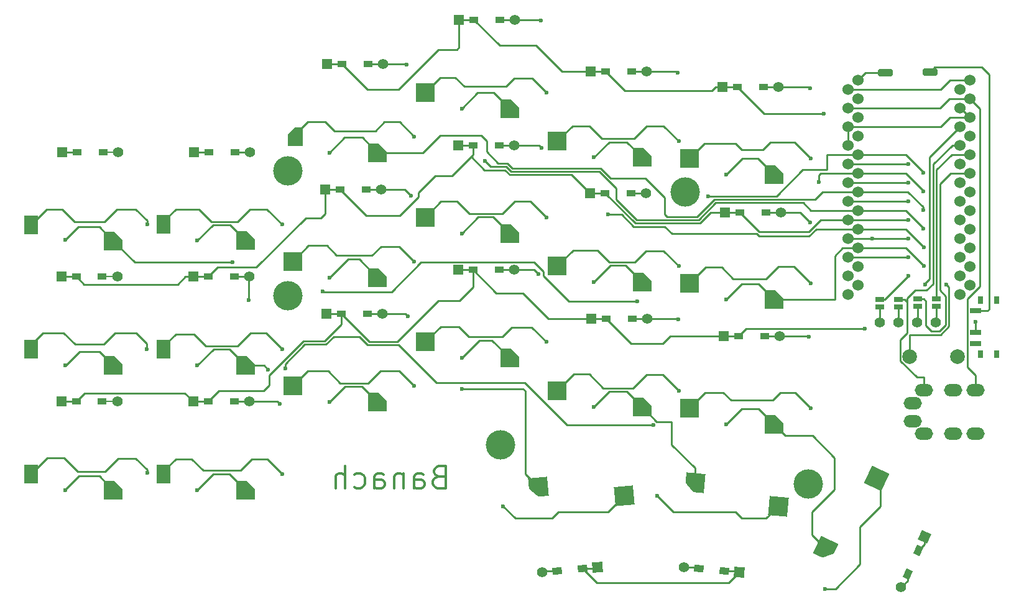
<source format=gbl>
%TF.GenerationSoftware,KiCad,Pcbnew,6.0.8-f2edbf62ab~116~ubuntu22.04.1*%
%TF.CreationDate,2022-10-26T10:02:15+11:00*%
%TF.ProjectId,banach,62616e61-6368-42e6-9b69-6361645f7063,rev1.0*%
%TF.SameCoordinates,Original*%
%TF.FileFunction,Copper,L2,Bot*%
%TF.FilePolarity,Positive*%
%FSLAX46Y46*%
G04 Gerber Fmt 4.6, Leading zero omitted, Abs format (unit mm)*
G04 Created by KiCad (PCBNEW 6.0.8-f2edbf62ab~116~ubuntu22.04.1) date 2022-10-26 10:02:15*
%MOMM*%
%LPD*%
G01*
G04 APERTURE LIST*
G04 Aperture macros list*
%AMRoundRect*
0 Rectangle with rounded corners*
0 $1 Rounding radius*
0 $2 $3 $4 $5 $6 $7 $8 $9 X,Y pos of 4 corners*
0 Add a 4 corners polygon primitive as box body*
4,1,4,$2,$3,$4,$5,$6,$7,$8,$9,$2,$3,0*
0 Add four circle primitives for the rounded corners*
1,1,$1+$1,$2,$3*
1,1,$1+$1,$4,$5*
1,1,$1+$1,$6,$7*
1,1,$1+$1,$8,$9*
0 Add four rect primitives between the rounded corners*
20,1,$1+$1,$2,$3,$4,$5,0*
20,1,$1+$1,$4,$5,$6,$7,0*
20,1,$1+$1,$6,$7,$8,$9,0*
20,1,$1+$1,$8,$9,$2,$3,0*%
%AMRotRect*
0 Rectangle, with rotation*
0 The origin of the aperture is its center*
0 $1 length*
0 $2 width*
0 $3 Rotation angle, in degrees counterclockwise*
0 Add horizontal line*
21,1,$1,$2,0,0,$3*%
%AMOutline5P*
0 Free polygon, 5 corners , with rotation*
0 The origin of the aperture is its center*
0 number of corners: always 5*
0 $1 to $10 corner X, Y*
0 $11 Rotation angle, in degrees counterclockwise*
0 create outline with 5 corners*
4,1,5,$1,$2,$3,$4,$5,$6,$7,$8,$9,$10,$1,$2,$11*%
%AMOutline6P*
0 Free polygon, 6 corners , with rotation*
0 The origin of the aperture is its center*
0 number of corners: always 6*
0 $1 to $12 corner X, Y*
0 $13 Rotation angle, in degrees counterclockwise*
0 create outline with 6 corners*
4,1,6,$1,$2,$3,$4,$5,$6,$7,$8,$9,$10,$11,$12,$1,$2,$13*%
%AMOutline7P*
0 Free polygon, 7 corners , with rotation*
0 The origin of the aperture is its center*
0 number of corners: always 7*
0 $1 to $14 corner X, Y*
0 $15 Rotation angle, in degrees counterclockwise*
0 create outline with 7 corners*
4,1,7,$1,$2,$3,$4,$5,$6,$7,$8,$9,$10,$11,$12,$13,$14,$1,$2,$15*%
%AMOutline8P*
0 Free polygon, 8 corners , with rotation*
0 The origin of the aperture is its center*
0 number of corners: always 8*
0 $1 to $16 corner X, Y*
0 $17 Rotation angle, in degrees counterclockwise*
0 create outline with 8 corners*
4,1,8,$1,$2,$3,$4,$5,$6,$7,$8,$9,$10,$11,$12,$13,$14,$15,$16,$1,$2,$17*%
G04 Aperture macros list end*
%ADD10C,0.300000*%
%TA.AperFunction,NonConductor*%
%ADD11C,0.300000*%
%TD*%
%TA.AperFunction,ComponentPad*%
%ADD12R,1.397000X1.397000*%
%TD*%
%TA.AperFunction,SMDPad,CuDef*%
%ADD13R,1.300000X0.950000*%
%TD*%
%TA.AperFunction,ComponentPad*%
%ADD14C,1.397000*%
%TD*%
%TA.AperFunction,SMDPad,CuDef*%
%ADD15RotRect,1.300000X0.950000X185.000000*%
%TD*%
%TA.AperFunction,ComponentPad*%
%ADD16RotRect,1.397000X1.397000X185.000000*%
%TD*%
%TA.AperFunction,SMDPad,CuDef*%
%ADD17RotRect,1.300000X0.950000X175.000000*%
%TD*%
%TA.AperFunction,ComponentPad*%
%ADD18RotRect,1.397000X1.397000X175.000000*%
%TD*%
%TA.AperFunction,SMDPad,CuDef*%
%ADD19RotRect,1.300000X0.950000X245.000000*%
%TD*%
%TA.AperFunction,ComponentPad*%
%ADD20RotRect,1.397000X1.397000X245.000000*%
%TD*%
%TA.AperFunction,ComponentPad*%
%ADD21O,2.500000X1.700000*%
%TD*%
%TA.AperFunction,SMDPad,CuDef*%
%ADD22Outline5P,-1.300000X1.300000X0.130000X1.300000X1.300000X0.130000X1.300000X-1.300000X-1.300000X-1.300000X0.000000*%
%TD*%
%TA.AperFunction,SMDPad,CuDef*%
%ADD23R,1.875000X2.600000*%
%TD*%
%TA.AperFunction,SMDPad,CuDef*%
%ADD24Outline5P,-1.025000X0.275000X0.000000X1.300000X1.025000X1.300000X1.025000X-1.300000X-1.025000X-1.300000X0.000000*%
%TD*%
%TA.AperFunction,SMDPad,CuDef*%
%ADD25R,2.600000X2.600000*%
%TD*%
%TA.AperFunction,SMDPad,CuDef*%
%ADD26Outline5P,-1.300000X1.300000X0.130000X1.300000X1.300000X0.130000X1.300000X-1.300000X-1.300000X-1.300000X185.000000*%
%TD*%
%TA.AperFunction,SMDPad,CuDef*%
%ADD27RotRect,2.600000X2.600000X185.000000*%
%TD*%
%TA.AperFunction,SMDPad,CuDef*%
%ADD28RotRect,2.600000X2.600000X175.000000*%
%TD*%
%TA.AperFunction,SMDPad,CuDef*%
%ADD29Outline5P,-1.300000X1.300000X0.130000X1.300000X1.300000X0.130000X1.300000X-1.300000X-1.300000X-1.300000X175.000000*%
%TD*%
%TA.AperFunction,SMDPad,CuDef*%
%ADD30RotRect,2.600000X2.600000X245.000000*%
%TD*%
%TA.AperFunction,SMDPad,CuDef*%
%ADD31Outline5P,-1.300000X1.300000X0.130000X1.300000X1.300000X0.130000X1.300000X-1.300000X-1.300000X-1.300000X245.000000*%
%TD*%
%TA.AperFunction,ComponentPad*%
%ADD32C,1.524000*%
%TD*%
%TA.AperFunction,ComponentPad*%
%ADD33C,2.000000*%
%TD*%
%TA.AperFunction,SMDPad,CuDef*%
%ADD34R,1.850000X2.600000*%
%TD*%
%TA.AperFunction,SMDPad,CuDef*%
%ADD35R,1.143000X0.635000*%
%TD*%
%TA.AperFunction,SMDPad,CuDef*%
%ADD36R,0.800000X1.000000*%
%TD*%
%TA.AperFunction,SMDPad,CuDef*%
%ADD37R,1.500000X0.700000*%
%TD*%
%TA.AperFunction,SMDPad,CuDef*%
%ADD38RoundRect,0.250000X-0.750000X0.250000X-0.750000X-0.250000X0.750000X-0.250000X0.750000X0.250000X0*%
%TD*%
%TA.AperFunction,ComponentPad*%
%ADD39C,4.000000*%
%TD*%
%TA.AperFunction,ViaPad*%
%ADD40C,0.600000*%
%TD*%
%TA.AperFunction,Conductor*%
%ADD41C,0.250000*%
%TD*%
%TA.AperFunction,Conductor*%
%ADD42C,0.200000*%
%TD*%
G04 APERTURE END LIST*
D10*
D11*
X115438714Y-108497714D02*
X115010142Y-108640571D01*
X114867285Y-108783428D01*
X114724428Y-109069142D01*
X114724428Y-109497714D01*
X114867285Y-109783428D01*
X115010142Y-109926285D01*
X115295857Y-110069142D01*
X116438714Y-110069142D01*
X116438714Y-107069142D01*
X115438714Y-107069142D01*
X115153000Y-107212000D01*
X115010142Y-107354857D01*
X114867285Y-107640571D01*
X114867285Y-107926285D01*
X115010142Y-108212000D01*
X115153000Y-108354857D01*
X115438714Y-108497714D01*
X116438714Y-108497714D01*
X112153000Y-110069142D02*
X112153000Y-108497714D01*
X112295857Y-108212000D01*
X112581571Y-108069142D01*
X113153000Y-108069142D01*
X113438714Y-108212000D01*
X112153000Y-109926285D02*
X112438714Y-110069142D01*
X113153000Y-110069142D01*
X113438714Y-109926285D01*
X113581571Y-109640571D01*
X113581571Y-109354857D01*
X113438714Y-109069142D01*
X113153000Y-108926285D01*
X112438714Y-108926285D01*
X112153000Y-108783428D01*
X110724428Y-108069142D02*
X110724428Y-110069142D01*
X110724428Y-108354857D02*
X110581571Y-108212000D01*
X110295857Y-108069142D01*
X109867285Y-108069142D01*
X109581571Y-108212000D01*
X109438714Y-108497714D01*
X109438714Y-110069142D01*
X106724428Y-110069142D02*
X106724428Y-108497714D01*
X106867285Y-108212000D01*
X107153000Y-108069142D01*
X107724428Y-108069142D01*
X108010142Y-108212000D01*
X106724428Y-109926285D02*
X107010142Y-110069142D01*
X107724428Y-110069142D01*
X108010142Y-109926285D01*
X108153000Y-109640571D01*
X108153000Y-109354857D01*
X108010142Y-109069142D01*
X107724428Y-108926285D01*
X107010142Y-108926285D01*
X106724428Y-108783428D01*
X104010142Y-109926285D02*
X104295857Y-110069142D01*
X104867285Y-110069142D01*
X105153000Y-109926285D01*
X105295857Y-109783428D01*
X105438714Y-109497714D01*
X105438714Y-108640571D01*
X105295857Y-108354857D01*
X105153000Y-108212000D01*
X104867285Y-108069142D01*
X104295857Y-108069142D01*
X104010142Y-108212000D01*
X102724428Y-110069142D02*
X102724428Y-107069142D01*
X101438714Y-110069142D02*
X101438714Y-108497714D01*
X101581571Y-108212000D01*
X101867285Y-108069142D01*
X102295857Y-108069142D01*
X102581571Y-108212000D01*
X102724428Y-108354857D01*
D12*
%TO.P,D2,1*%
%TO.N,row0*%
X82194400Y-64312800D03*
D13*
X84229400Y-64312800D03*
%TO.P,D2,2*%
%TO.N,Net-(D2-Pad2)*%
X87779400Y-64312800D03*
D14*
X89814400Y-64312800D03*
%TD*%
D12*
%TO.P,D3,1*%
%TO.N,row0*%
X100279200Y-52273200D03*
D13*
X102314200Y-52273200D03*
D14*
%TO.P,D3,2*%
%TO.N,Net-(D3-Pad2)*%
X107899200Y-52273200D03*
D13*
X105864200Y-52273200D03*
%TD*%
D12*
%TO.P,D4,1*%
%TO.N,row0*%
X118262400Y-46228000D03*
D13*
X120297400Y-46228000D03*
D14*
%TO.P,D4,2*%
%TO.N,Net-(D4-Pad2)*%
X125882400Y-46228000D03*
D13*
X123847400Y-46228000D03*
%TD*%
%TO.P,D5,1*%
%TO.N,row0*%
X138229800Y-53289200D03*
D12*
X136194800Y-53289200D03*
D13*
%TO.P,D5,2*%
%TO.N,Net-(D5-Pad2)*%
X141779800Y-53289200D03*
D14*
X143814800Y-53289200D03*
%TD*%
D12*
%TO.P,D6,1*%
%TO.N,row0*%
X154178000Y-55422800D03*
D13*
X156213000Y-55422800D03*
%TO.P,D6,2*%
%TO.N,Net-(D6-Pad2)*%
X159763000Y-55422800D03*
D14*
X161798000Y-55422800D03*
%TD*%
D12*
%TO.P,D8,1*%
%TO.N,row1*%
X82092800Y-81229200D03*
D13*
X84127800Y-81229200D03*
D14*
%TO.P,D8,2*%
%TO.N,Net-(D8-Pad2)*%
X89712800Y-81229200D03*
D13*
X87677800Y-81229200D03*
%TD*%
D12*
%TO.P,D9,1*%
%TO.N,row1*%
X100076000Y-69342000D03*
D13*
X102111000Y-69342000D03*
D14*
%TO.P,D9,2*%
%TO.N,Net-(D9-Pad2)*%
X107696000Y-69342000D03*
D13*
X105661000Y-69342000D03*
%TD*%
%TO.P,D10,1*%
%TO.N,row1*%
X120195800Y-63347600D03*
D12*
X118160800Y-63347600D03*
D13*
%TO.P,D10,2*%
%TO.N,Net-(D10-Pad2)*%
X123745800Y-63347600D03*
D14*
X125780800Y-63347600D03*
%TD*%
D13*
%TO.P,D11,1*%
%TO.N,row1*%
X138179000Y-69900800D03*
D12*
X136144000Y-69900800D03*
D14*
%TO.P,D11,2*%
%TO.N,Net-(D11-Pad2)*%
X143764000Y-69900800D03*
D13*
X141729000Y-69900800D03*
%TD*%
%TO.P,D12,1*%
%TO.N,row1*%
X156517800Y-72491600D03*
D12*
X154482800Y-72491600D03*
D13*
%TO.P,D12,2*%
%TO.N,Net-(D12-Pad2)*%
X160067800Y-72491600D03*
D14*
X162102800Y-72491600D03*
%TD*%
D12*
%TO.P,D14,1*%
%TO.N,row2*%
X82092800Y-98247200D03*
D13*
X84127800Y-98247200D03*
D14*
%TO.P,D14,2*%
%TO.N,Net-(D14-Pad2)*%
X89712800Y-98247200D03*
D13*
X87677800Y-98247200D03*
%TD*%
D12*
%TO.P,D15,1*%
%TO.N,row2*%
X100177600Y-86309200D03*
D13*
X102212600Y-86309200D03*
D14*
%TO.P,D15,2*%
%TO.N,Net-(D15-Pad2)*%
X107797600Y-86309200D03*
D13*
X105762600Y-86309200D03*
%TD*%
D12*
%TO.P,D16,1*%
%TO.N,row2*%
X118160800Y-80314800D03*
D13*
X120195800Y-80314800D03*
%TO.P,D16,2*%
%TO.N,Net-(D16-Pad2)*%
X123745800Y-80314800D03*
D14*
X125780800Y-80314800D03*
%TD*%
D12*
%TO.P,D17,1*%
%TO.N,row2*%
X136245600Y-86969600D03*
D13*
X138280600Y-86969600D03*
D14*
%TO.P,D17,2*%
%TO.N,Net-(D17-Pad2)*%
X143865600Y-86969600D03*
D13*
X141830600Y-86969600D03*
%TD*%
%TO.P,D18,1*%
%TO.N,row2*%
X156314600Y-89357200D03*
D12*
X154279600Y-89357200D03*
D13*
%TO.P,D18,2*%
%TO.N,Net-(D18-Pad2)*%
X159864600Y-89357200D03*
D14*
X161899600Y-89357200D03*
%TD*%
D15*
%TO.P,D19,1*%
%TO.N,row3*%
X135118246Y-121003299D03*
D16*
X137145502Y-120825937D03*
D15*
%TO.P,D19,2*%
%TO.N,Net-(D19-Pad2)*%
X131581754Y-121312701D03*
D14*
X129554498Y-121490063D03*
%TD*%
D17*
%TO.P,D20,1*%
%TO.N,row3*%
X154422246Y-121312701D03*
D18*
X156449502Y-121490063D03*
D14*
%TO.P,D20,2*%
%TO.N,Net-(D20-Pad2)*%
X148858498Y-120825937D03*
D17*
X150885754Y-121003299D03*
%TD*%
D14*
%TO.P,D21,2*%
%TO.N,Net-(D21-Pad2)*%
X178475824Y-123595033D03*
D19*
X179335853Y-121750696D03*
%TO.P,D21,1*%
%TO.N,row3*%
X180836147Y-118533304D03*
D20*
X181696176Y-116688967D03*
%TD*%
D21*
%TO.P,J1,A*%
%TO.N,Net-(J1-PadA)*%
X180062600Y-100920000D03*
X180062600Y-98470000D03*
%TO.P,J1,B*%
%TO.N,data*%
X188562600Y-102670000D03*
X188562600Y-96720000D03*
%TO.P,J1,C*%
%TO.N,GND*%
X185562600Y-96720000D03*
X185562600Y-102670000D03*
%TO.P,J1,D*%
%TO.N,VCC*%
X181562600Y-96720000D03*
X181562600Y-102670000D03*
%TD*%
D22*
%TO.P,SW2,1*%
%TO.N,col1*%
X89185000Y-76350000D03*
D23*
%TO.P,SW2,2*%
%TO.N,Net-(D2-Pad2)*%
X78010000Y-74150000D03*
%TD*%
D22*
%TO.P,SW3,1*%
%TO.N,col2*%
X107185000Y-64350000D03*
D24*
%TO.P,SW3,2*%
%TO.N,Net-(D3-Pad2)*%
X95960000Y-62150000D03*
%TD*%
D22*
%TO.P,SW4,1*%
%TO.N,col3*%
X125185000Y-58350000D03*
D25*
%TO.P,SW4,2*%
%TO.N,Net-(D4-Pad2)*%
X113635000Y-56150000D03*
%TD*%
D22*
%TO.P,SW5,1*%
%TO.N,col4*%
X143185000Y-64970000D03*
D25*
%TO.P,SW5,2*%
%TO.N,Net-(D5-Pad2)*%
X131635000Y-62770000D03*
%TD*%
D22*
%TO.P,SW6,1*%
%TO.N,col5*%
X161185000Y-67350000D03*
D25*
%TO.P,SW6,2*%
%TO.N,Net-(D6-Pad2)*%
X149635000Y-65150000D03*
%TD*%
D22*
%TO.P,SW8,1*%
%TO.N,col1*%
X89185000Y-93350000D03*
D23*
%TO.P,SW8,2*%
%TO.N,Net-(D8-Pad2)*%
X78010000Y-91150000D03*
%TD*%
D22*
%TO.P,SW9,1*%
%TO.N,col2*%
X107185000Y-81350000D03*
D25*
%TO.P,SW9,2*%
%TO.N,Net-(D9-Pad2)*%
X95635000Y-79150000D03*
%TD*%
D22*
%TO.P,SW10,1*%
%TO.N,col3*%
X125185000Y-75350000D03*
D25*
%TO.P,SW10,2*%
%TO.N,Net-(D10-Pad2)*%
X113635000Y-73150000D03*
%TD*%
D22*
%TO.P,SW11,1*%
%TO.N,col4*%
X143185000Y-81970000D03*
D25*
%TO.P,SW11,2*%
%TO.N,Net-(D11-Pad2)*%
X131635000Y-79770000D03*
%TD*%
D22*
%TO.P,SW12,1*%
%TO.N,col5*%
X161185000Y-84350000D03*
D25*
%TO.P,SW12,2*%
%TO.N,Net-(D12-Pad2)*%
X149635000Y-82150000D03*
%TD*%
D22*
%TO.P,SW14,1*%
%TO.N,col1*%
X89185000Y-110350000D03*
D23*
%TO.P,SW14,2*%
%TO.N,Net-(D14-Pad2)*%
X78010000Y-108150000D03*
%TD*%
D22*
%TO.P,SW15,1*%
%TO.N,col2*%
X107185000Y-98350000D03*
D25*
%TO.P,SW15,2*%
%TO.N,Net-(D15-Pad2)*%
X95635000Y-96150000D03*
%TD*%
D22*
%TO.P,SW16,1*%
%TO.N,col3*%
X125185000Y-92350000D03*
D25*
%TO.P,SW16,2*%
%TO.N,Net-(D16-Pad2)*%
X113635000Y-90150000D03*
%TD*%
D22*
%TO.P,SW17,1*%
%TO.N,col4*%
X143185000Y-98975000D03*
D25*
%TO.P,SW17,2*%
%TO.N,Net-(D17-Pad2)*%
X131635000Y-96775000D03*
%TD*%
D22*
%TO.P,SW18,1*%
%TO.N,col5*%
X161185000Y-101350000D03*
D25*
%TO.P,SW18,2*%
%TO.N,Net-(D18-Pad2)*%
X149635000Y-99150000D03*
%TD*%
D26*
%TO.P,SW19,1*%
%TO.N,col3*%
X129060886Y-109928077D03*
D27*
%TO.P,SW19,2*%
%TO.N,Net-(D19-Pad2)*%
X140758677Y-111113056D03*
%TD*%
D28*
%TO.P,SW20,2*%
%TO.N,Net-(D20-Pad2)*%
X161732345Y-112555484D03*
D29*
%TO.P,SW20,1*%
%TO.N,col4*%
X150418039Y-109357206D03*
%TD*%
D30*
%TO.P,SW21,2*%
%TO.N,Net-(D21-Pad2)*%
X175104512Y-108771485D03*
D31*
%TO.P,SW21,1*%
%TO.N,col5*%
X168229394Y-118309579D03*
%TD*%
D32*
%TO.P,U1,1*%
%TO.N,LED*%
X171270000Y-55719400D03*
X187816400Y-54449400D03*
%TO.P,U1,2*%
%TO.N,data*%
X187816400Y-56989400D03*
X171270000Y-58259400D03*
%TO.P,U1,3*%
%TO.N,GND*%
X187816400Y-59529400D03*
X171270000Y-60799400D03*
%TO.P,U1,4*%
X187816400Y-62069400D03*
X171270000Y-63339400D03*
%TO.P,U1,5*%
%TO.N,SDA*%
X171270000Y-65879400D03*
X187816400Y-64609400D03*
%TO.P,U1,6*%
%TO.N,SCL*%
X171270000Y-68419400D03*
X187816400Y-67149400D03*
%TO.P,U1,7*%
%TO.N,row0*%
X171270000Y-70959400D03*
X187816400Y-69689400D03*
%TO.P,U1,8*%
%TO.N,row1*%
X171270000Y-73499400D03*
X187816400Y-72229400D03*
%TO.P,U1,9*%
%TO.N,row2*%
X187816400Y-74769400D03*
X171270000Y-76039400D03*
%TO.P,U1,10*%
%TO.N,row3*%
X187816400Y-77309400D03*
X171270000Y-78579400D03*
%TO.P,U1,11*%
%TO.N,N/C*%
X187816400Y-79849400D03*
X171270000Y-81119400D03*
%TO.P,U1,12*%
X187816400Y-82389400D03*
X171270000Y-83659400D03*
%TO.P,U1,13*%
X172596400Y-82389400D03*
X186510000Y-83659400D03*
%TO.P,U1,14*%
X172596400Y-79849400D03*
X186510000Y-81119400D03*
%TO.P,U1,15*%
%TO.N,col5*%
X186510000Y-78579400D03*
X172596400Y-77309400D03*
%TO.P,U1,16*%
%TO.N,col4*%
X186510000Y-76039400D03*
X172596400Y-74769400D03*
%TO.P,U1,17*%
%TO.N,col3*%
X186510000Y-73499400D03*
X172596400Y-72229400D03*
%TO.P,U1,18*%
%TO.N,col2*%
X186510000Y-70959400D03*
X172596400Y-69689400D03*
%TO.P,U1,19*%
%TO.N,col1*%
X186510000Y-68419400D03*
X172596400Y-67149400D03*
%TO.P,U1,20*%
%TO.N,col0*%
X172596400Y-64609400D03*
X186510000Y-65879400D03*
%TO.P,U1,21*%
%TO.N,VCC*%
X186510000Y-63339400D03*
X172596400Y-62069400D03*
%TO.P,U1,22*%
%TO.N,reset*%
X186510000Y-60799400D03*
X172596400Y-59529400D03*
%TO.P,U1,23*%
%TO.N,GND*%
X172596400Y-56989400D03*
X186510000Y-58259400D03*
%TO.P,U1,24*%
%TO.N,Net-(U1-Pad24)*%
X186510000Y-55719400D03*
X172596400Y-54449400D03*
%TD*%
D14*
%TO.P,J2,1*%
%TO.N,Net-(U1-Pad14)*%
X175580000Y-87457400D03*
%TO.P,J2,2*%
%TO.N,Net-(U1-Pad13)*%
X178120000Y-87457400D03*
%TO.P,J2,3*%
%TO.N,Net-(U1-Pad11)*%
X180660000Y-87457400D03*
%TO.P,J2,4*%
%TO.N,Net-(U1-Pad12)*%
X183200000Y-87457400D03*
%TD*%
D33*
%TO.P,RSW1,1*%
%TO.N,GND*%
X186150000Y-92150000D03*
%TO.P,RSW1,2*%
%TO.N,reset*%
X179650000Y-92150000D03*
%TD*%
D13*
%TO.P,D14,1*%
%TO.N,row2*%
X66133800Y-98251200D03*
D12*
X64098800Y-98251200D03*
D14*
%TO.P,D14,2*%
%TO.N,N/C*%
X71718800Y-98251200D03*
D13*
X69683800Y-98251200D03*
%TD*%
D12*
%TO.P,D2,1*%
%TO.N,row0*%
X64200400Y-64316800D03*
D13*
X66235400Y-64316800D03*
%TO.P,D2,2*%
%TO.N,N/C*%
X69785400Y-64316800D03*
D14*
X71820400Y-64316800D03*
%TD*%
D22*
%TO.P,SW2,1*%
%TO.N,col0*%
X71191000Y-76354000D03*
D34*
%TO.P,SW2,2*%
%TO.N,N/C*%
X60016000Y-74154000D03*
%TD*%
D12*
%TO.P,D8,1*%
%TO.N,row1*%
X64098800Y-81233200D03*
D13*
X66133800Y-81233200D03*
%TO.P,D8,2*%
%TO.N,N/C*%
X69683800Y-81233200D03*
D14*
X71718800Y-81233200D03*
%TD*%
D22*
%TO.P,SW8,1*%
%TO.N,col0*%
X71191000Y-93354000D03*
D23*
%TO.P,SW8,2*%
%TO.N,N/C*%
X60016000Y-91154000D03*
%TD*%
D22*
%TO.P,SW14,1*%
%TO.N,col0*%
X71191000Y-110354000D03*
D23*
%TO.P,SW14,2*%
%TO.N,N/C*%
X60016000Y-108154000D03*
%TD*%
D35*
%TO.P,JP64,1*%
%TO.N,VCC*%
X178130000Y-84327020D03*
%TO.P,JP64,2*%
%TO.N,Net-(U1-Pad13)*%
X178130000Y-85327780D03*
%TD*%
%TO.P,JP62,1*%
%TO.N,GND*%
X175580000Y-84356620D03*
%TO.P,JP62,2*%
%TO.N,Net-(U1-Pad14)*%
X175580000Y-85357380D03*
%TD*%
%TO.P,JP6,1*%
%TO.N,SDA*%
X183290000Y-84277020D03*
%TO.P,JP6,2*%
%TO.N,Net-(U1-Pad12)*%
X183290000Y-85277780D03*
%TD*%
%TO.P,JP66,1*%
%TO.N,SCL*%
X180710000Y-84297020D03*
%TO.P,JP66,2*%
%TO.N,Net-(U1-Pad11)*%
X180710000Y-85297780D03*
%TD*%
D36*
%TO.P,POWER,*%
%TO.N,*%
X191490000Y-91780000D03*
X189280000Y-91780000D03*
X189280000Y-84480000D03*
X191490000Y-84480000D03*
D37*
%TO.P,POWER,1*%
%TO.N,N/C*%
X188630000Y-85880000D03*
%TO.P,POWER,2*%
%TO.N,GND*%
X188630000Y-88880000D03*
%TO.P,POWER,3*%
%TO.N,N/C*%
X188630000Y-90380000D03*
%TD*%
D38*
%TO.P,+ve,1*%
%TO.N,Net-(U1-Pad24)*%
X176310000Y-53430000D03*
%TD*%
%TO.P,-ve,1*%
%TO.N,N/C*%
X182390000Y-53340000D03*
%TD*%
D39*
%TO.P,h6,h6*%
%TO.N,N/C*%
X95000000Y-66802000D03*
%TD*%
%TO.P,h7,h7*%
%TO.N,N/C*%
X149100000Y-69700000D03*
%TD*%
%TO.P,h4,h4*%
%TO.N,N/C*%
X123952000Y-104140000D03*
%TD*%
%TO.P,h3,h3*%
%TO.N,N/C*%
X165862000Y-109474000D03*
%TD*%
%TO.P,h5,h5*%
%TO.N,N/C*%
X95000000Y-83820000D03*
%TD*%
D40*
%TO.N,col5*%
X168215907Y-118296093D03*
%TO.N,col4*%
X150418039Y-109357206D03*
%TO.N,col3*%
X129060886Y-109928077D03*
%TO.N,Net-(D19-Pad2)*%
X124271655Y-112555484D03*
%TO.N,Net-(D20-Pad2)*%
X145245323Y-111113056D03*
%TO.N,Net-(D21-Pad2)*%
X168110180Y-123770878D03*
%TO.N,*%
X75750000Y-91110000D03*
X75800000Y-74100000D03*
X75790000Y-108000000D03*
%TO.N,row0*%
X179450000Y-70959400D03*
X167900000Y-59040000D03*
%TO.N,row1*%
X179450000Y-73499400D03*
%TO.N,Net-(D2-Pad2)*%
X94185000Y-74150000D03*
%TO.N,row2*%
X174505490Y-76039400D03*
X179450000Y-76039400D03*
X173543700Y-88310000D03*
%TO.N,Net-(D3-Pad2)*%
X112185000Y-62150000D03*
X111150400Y-52374800D03*
%TO.N,row3*%
X179450000Y-78579400D03*
%TO.N,Net-(D4-Pad2)*%
X129387600Y-46329600D03*
X130185000Y-56150000D03*
%TO.N,Net-(D5-Pad2)*%
X148031200Y-53441600D03*
X148185000Y-62770000D03*
%TO.N,Net-(D6-Pad2)*%
X166116000Y-55524400D03*
X166185000Y-65150000D03*
%TO.N,Net-(D8-Pad2)*%
X94185000Y-91150000D03*
X89662000Y-84455000D03*
%TO.N,Net-(D9-Pad2)*%
X112185000Y-79150000D03*
X111760000Y-70205600D03*
%TO.N,Net-(D10-Pad2)*%
X130185000Y-73150000D03*
X129489200Y-63652400D03*
%TO.N,Net-(D11-Pad2)*%
X148185000Y-79770000D03*
%TO.N,Net-(D12-Pad2)*%
X166185000Y-82150000D03*
X166116000Y-73863200D03*
%TO.N,Net-(D14-Pad2)*%
X94185000Y-108150000D03*
X93878400Y-98602800D03*
%TO.N,Net-(D15-Pad2)*%
X112185000Y-96150000D03*
X111302800Y-86614000D03*
%TO.N,Net-(D16-Pad2)*%
X130185000Y-90150000D03*
X129082800Y-80873600D03*
%TO.N,Net-(D17-Pad2)*%
X148185000Y-96775000D03*
X148132800Y-87071200D03*
%TO.N,Net-(D18-Pad2)*%
X166185000Y-99150000D03*
X165912800Y-89408000D03*
%TO.N,GND*%
X188625000Y-87390000D03*
X179450000Y-81117400D03*
%TO.N,col0*%
X99670000Y-83270000D03*
X142560000Y-84600000D03*
X152187742Y-70272258D03*
X64641000Y-110354000D03*
X64641000Y-93354000D03*
X87400000Y-79310000D03*
X181482000Y-67105400D03*
X64650000Y-76250000D03*
%TO.N,col1*%
X94589600Y-93776800D03*
X144723000Y-101473000D03*
X181482000Y-69645400D03*
X167233600Y-68333600D03*
X82635000Y-110350000D03*
X92252800Y-93878400D03*
X82635000Y-93350000D03*
X82635000Y-76350000D03*
%TO.N,col2*%
X100635000Y-64350000D03*
X181482000Y-72185400D03*
X100635000Y-81350000D03*
X100635000Y-98350000D03*
%TO.N,col3*%
X118635000Y-96525000D03*
X181482000Y-74725400D03*
X118635000Y-58350000D03*
X118635000Y-92350000D03*
X118635000Y-75350000D03*
X121767600Y-65430400D03*
%TO.N,col4*%
X136635000Y-98975000D03*
X136635000Y-64970000D03*
X181609000Y-77265400D03*
X136635000Y-81970000D03*
X138531600Y-72745600D03*
%TO.N,col5*%
X154635000Y-101350000D03*
X154635000Y-67350000D03*
X154635000Y-84350000D03*
X181609000Y-79805400D03*
%TO.N,reset*%
X184610000Y-82320000D03*
X181736000Y-82320000D03*
%TO.N,SCL*%
X179450000Y-68419400D03*
%TO.N,SDA*%
X179450000Y-65879400D03*
%TD*%
D41*
%TO.N,col5*%
X169418000Y-110236000D02*
X166370000Y-113284000D01*
X169418000Y-105918000D02*
X169418000Y-110236000D01*
X166390000Y-102890000D02*
X169418000Y-105918000D01*
X166370000Y-113284000D02*
X166370000Y-116450185D01*
X168215907Y-118296093D02*
X166370000Y-116450185D01*
X168229394Y-118309579D02*
X168215907Y-118296093D01*
X166380000Y-102890000D02*
X162725000Y-102890000D01*
X162725000Y-102890000D02*
X161185000Y-101350000D01*
%TO.N,col4*%
X147218400Y-104136943D02*
X150418039Y-107336582D01*
X150418039Y-107336582D02*
X150418039Y-109357206D01*
%TO.N,col3*%
X126980600Y-96525000D02*
X127262428Y-96806828D01*
X127262428Y-96806828D02*
X127262428Y-108129619D01*
X127262428Y-108129619D02*
X129060886Y-109928077D01*
%TO.N,row3*%
X135118246Y-121003299D02*
X137050947Y-122936000D01*
X137050947Y-122936000D02*
X155003565Y-122936000D01*
X155003565Y-122936000D02*
X156449502Y-121490063D01*
%TO.N,Net-(D21-Pad2)*%
X168110180Y-123770878D02*
X169544571Y-123770878D01*
X169544571Y-123770878D02*
X172866499Y-120448950D01*
X172866499Y-120448950D02*
X172866499Y-115315944D01*
X172866499Y-115315944D02*
X175645438Y-112537005D01*
X175645438Y-112537005D02*
X175645438Y-109312411D01*
X175645438Y-109312411D02*
X175104512Y-108771485D01*
%TO.N,Net-(D20-Pad2)*%
X145245323Y-111113056D02*
X147455759Y-113323492D01*
X147455759Y-113323492D02*
X155916508Y-113323492D01*
X155916508Y-113323492D02*
X156788066Y-114195050D01*
X156788066Y-114195050D02*
X160092779Y-114195050D01*
X160092779Y-114195050D02*
X161732345Y-112555484D01*
%TO.N,Net-(D19-Pad2)*%
X124271655Y-112555484D02*
X125911221Y-114195050D01*
X125911221Y-114195050D02*
X130914950Y-114195050D01*
X130914950Y-114195050D02*
X131786508Y-113323492D01*
X138548241Y-113323492D02*
X140758677Y-111113056D01*
X131786508Y-113323492D02*
X138548241Y-113323492D01*
%TO.N,row3*%
X181696176Y-116688967D02*
X181696176Y-117673275D01*
X181696176Y-117673275D02*
X180836147Y-118533304D01*
%TO.N,Net-(D21-Pad2)*%
X179335853Y-121750696D02*
X179335853Y-122735004D01*
X179335853Y-122735004D02*
X178475824Y-123595033D01*
%TO.N,row3*%
X154422246Y-121312701D02*
X156272140Y-121312701D01*
X156272140Y-121312701D02*
X156449502Y-121490063D01*
%TO.N,Net-(D20-Pad2)*%
X148858498Y-120825937D02*
X150708392Y-120825937D01*
X150708392Y-120825937D02*
X150885754Y-121003299D01*
%TO.N,row3*%
X135118246Y-121003299D02*
X136968140Y-121003299D01*
X136968140Y-121003299D02*
X137145502Y-120825937D01*
%TO.N,Net-(D19-Pad2)*%
X131581754Y-121312701D02*
X129731860Y-121312701D01*
X129731860Y-121312701D02*
X129554498Y-121490063D01*
%TO.N,*%
X60016000Y-108154000D02*
X62210000Y-105960000D01*
X61620000Y-88930000D02*
X60016000Y-90534000D01*
X190250000Y-85880000D02*
X188630000Y-85880000D01*
X69740000Y-107820000D02*
X70060000Y-107820000D01*
X75800000Y-73590000D02*
X74250000Y-72040000D01*
X69950000Y-73790000D02*
X65940000Y-73790000D01*
X64510000Y-105960000D02*
X66280000Y-107730000D01*
X64430000Y-88930000D02*
X61620000Y-88930000D01*
X71860000Y-106020000D02*
X74250000Y-106020000D01*
X75790000Y-107560000D02*
X75790000Y-108000000D01*
X65940000Y-73790000D02*
X64190000Y-72040000D01*
D42*
X69785400Y-64316800D02*
X71820400Y-64316800D01*
D41*
X75750000Y-91110000D02*
X75750000Y-90360000D01*
X64190000Y-72040000D02*
X62130000Y-72040000D01*
X66370000Y-107820000D02*
X69740000Y-107820000D01*
X71420000Y-88900000D02*
X69860000Y-90460000D01*
X74250000Y-72040000D02*
X71700000Y-72040000D01*
X74250000Y-106020000D02*
X75790000Y-107560000D01*
X62210000Y-105960000D02*
X62470000Y-105960000D01*
X189480000Y-52700000D02*
X190450000Y-53670000D01*
X75800000Y-74100000D02*
X75800000Y-73590000D01*
D42*
X69683800Y-81233200D02*
X71718800Y-81233200D01*
D41*
X62130000Y-72040000D02*
X60016000Y-74154000D01*
X75750000Y-90360000D02*
X74290000Y-88900000D01*
X71770000Y-106110000D02*
X71860000Y-106020000D01*
X60016000Y-90534000D02*
X60016000Y-91154000D01*
X74290000Y-88900000D02*
X71420000Y-88900000D01*
X190450000Y-85680000D02*
X190250000Y-85880000D01*
X62470000Y-105960000D02*
X64510000Y-105960000D01*
X182390000Y-53340000D02*
X183030000Y-52700000D01*
X66280000Y-107730000D02*
X66370000Y-107820000D01*
X69860000Y-90460000D02*
X65960000Y-90460000D01*
X65960000Y-90460000D02*
X64430000Y-88930000D01*
D42*
X69683800Y-98251200D02*
X71718800Y-98251200D01*
D41*
X71700000Y-72040000D02*
X69950000Y-73790000D01*
X70060000Y-107820000D02*
X71770000Y-106110000D01*
X183030000Y-52700000D02*
X189480000Y-52700000D01*
X190450000Y-53670000D02*
X190450000Y-85680000D01*
%TO.N,row0*%
X102314200Y-52273200D02*
X100279200Y-52273200D01*
X128727200Y-49733200D02*
X132283200Y-53289200D01*
X140871400Y-55930800D02*
X138229800Y-53289200D01*
X152721500Y-55930800D02*
X140871400Y-55930800D01*
X159845200Y-59055000D02*
X167885000Y-59055000D01*
X64200400Y-64316800D02*
X66235400Y-64316800D01*
X120297400Y-46228000D02*
X118262400Y-46228000D01*
X153229500Y-55422800D02*
X152721500Y-55930800D01*
X118262400Y-46228000D02*
X118262400Y-50012600D01*
X123802600Y-49733200D02*
X128727200Y-49733200D01*
X154178000Y-55422800D02*
X153229500Y-55422800D01*
X84229400Y-64312800D02*
X82194400Y-64312800D01*
X118262400Y-50012600D02*
X117983000Y-50292000D01*
X132283200Y-53289200D02*
X136194800Y-53289200D01*
X105768600Y-55727600D02*
X102314200Y-52273200D01*
X171270000Y-70959400D02*
X179450000Y-70959400D01*
X138229800Y-53289200D02*
X136194800Y-53289200D01*
X117983000Y-50292000D02*
X115443000Y-50292000D01*
X110007400Y-55727600D02*
X105768600Y-55727600D01*
X115443000Y-50292000D02*
X110007400Y-55727600D01*
X167885000Y-59055000D02*
X167900000Y-59040000D01*
X156213000Y-55422800D02*
X159845200Y-59055000D01*
X156213000Y-55422800D02*
X154178000Y-55422800D01*
X120297400Y-46228000D02*
X123802600Y-49733200D01*
%TO.N,row1*%
X138179000Y-69900800D02*
X136144000Y-69900800D01*
X85402000Y-79955000D02*
X84127800Y-81229200D01*
X115062000Y-67462400D02*
X112776000Y-69748400D01*
X167529204Y-73499400D02*
X171270000Y-73499400D01*
X64098800Y-81233200D02*
X66133800Y-81233200D01*
X120195800Y-63347600D02*
X120195800Y-64614600D01*
X100076000Y-69342000D02*
X100076000Y-72644000D01*
X100076000Y-72644000D02*
X99466400Y-73253600D01*
X80988198Y-81229200D02*
X82092800Y-81229200D01*
X171270000Y-73499400D02*
X179450000Y-73499400D01*
X102111000Y-69342000D02*
X100076000Y-69342000D01*
X121716800Y-66700400D02*
X119913400Y-64897000D01*
X165908303Y-75120301D02*
X167529204Y-73499400D01*
X112776000Y-69748400D02*
X112776000Y-70358000D01*
X154482800Y-72491600D02*
X152552400Y-72491600D01*
X110236000Y-72898000D02*
X105667000Y-72898000D01*
X133596320Y-67353120D02*
X125163520Y-67353120D01*
X99466400Y-73253600D02*
X97383600Y-73253600D01*
X79933699Y-82283699D02*
X80988198Y-81229200D01*
X136144000Y-69900800D02*
X133596320Y-67353120D01*
X119913400Y-64897000D02*
X117348000Y-67462400D01*
X151071520Y-73972480D02*
X142250680Y-73972480D01*
X112776000Y-70358000D02*
X110236000Y-72898000D01*
X120195800Y-64614600D02*
X119913400Y-64897000D01*
X105667000Y-72898000D02*
X102111000Y-69342000D01*
X66133800Y-81233200D02*
X67184299Y-82283699D01*
X156517800Y-72491600D02*
X159146501Y-75120301D01*
X159146501Y-75120301D02*
X165908303Y-75120301D01*
X156517800Y-72491600D02*
X154482800Y-72491600D01*
X90682200Y-79955000D02*
X85402000Y-79955000D01*
X67184299Y-82283699D02*
X79933699Y-82283699D01*
X97383600Y-73253600D02*
X90682200Y-79955000D01*
X125163520Y-67353120D02*
X124510800Y-66700400D01*
X142250680Y-73972480D02*
X138179000Y-69900800D01*
X120195800Y-63347600D02*
X118160800Y-63347600D01*
X124510800Y-66700400D02*
X121716800Y-66700400D01*
X152552400Y-72491600D02*
X151071520Y-73972480D01*
X84127800Y-81229200D02*
X82092800Y-81229200D01*
X117348000Y-67462400D02*
X115062000Y-67462400D01*
%TO.N,Net-(D2-Pad2)*%
X89763600Y-72085200D02*
X92120200Y-72085200D01*
X77635000Y-74150000D02*
X79750600Y-72034400D01*
X88079520Y-73769280D02*
X89763600Y-72085200D01*
X82845123Y-72034400D02*
X84580003Y-73769280D01*
X84580003Y-73769280D02*
X88079520Y-73769280D01*
X79750600Y-72034400D02*
X82845123Y-72034400D01*
X87779400Y-64312800D02*
X89814400Y-64312800D01*
X92120200Y-72085200D02*
X94185000Y-74150000D01*
%TO.N,row2*%
X97078800Y-90017600D02*
X92456000Y-94640400D01*
X102212600Y-87779400D02*
X99974400Y-90017600D01*
X138280600Y-86969600D02*
X136245600Y-86969600D01*
X92456000Y-94640400D02*
X92456000Y-96062800D01*
X130454400Y-86969600D02*
X126949200Y-83464400D01*
X157361800Y-88310000D02*
X173543700Y-88310000D01*
X123345400Y-83464400D02*
X120195800Y-80314800D01*
X102212600Y-86309200D02*
X102212600Y-87779400D01*
X64098800Y-98251200D02*
X66133800Y-98251200D01*
X145999200Y-90373200D02*
X141684200Y-90373200D01*
X80945600Y-97100000D02*
X82092800Y-98247200D01*
X109829600Y-90119200D02*
X106022600Y-90119200D01*
X85550200Y-96824800D02*
X84127800Y-98247200D01*
X120195800Y-80314800D02*
X118160800Y-80314800D01*
X141684200Y-90373200D02*
X138280600Y-86969600D01*
X120195800Y-82648600D02*
X118313200Y-84531200D01*
X99974400Y-90017600D02*
X97078800Y-90017600D01*
X92456000Y-96062800D02*
X91694000Y-96824800D01*
X84127800Y-98247200D02*
X82092800Y-98247200D01*
X91694000Y-96824800D02*
X85550200Y-96824800D01*
X66133800Y-98251200D02*
X67285000Y-97100000D01*
X156314600Y-89357200D02*
X157361800Y-88310000D01*
X115417600Y-84531200D02*
X109829600Y-90119200D01*
X171270000Y-76039400D02*
X179450000Y-76039400D01*
X118313200Y-84531200D02*
X115417600Y-84531200D01*
X156314600Y-89357200D02*
X154279600Y-89357200D01*
X136245600Y-86969600D02*
X130454400Y-86969600D01*
X120195800Y-80314800D02*
X120195800Y-82648600D01*
X147015200Y-89357200D02*
X145999200Y-90373200D01*
X154279600Y-89357200D02*
X147015200Y-89357200D01*
X102212600Y-86309200D02*
X100177600Y-86309200D01*
X67285000Y-97100000D02*
X80945600Y-97100000D01*
X126949200Y-83464400D02*
X123345400Y-83464400D01*
X106022600Y-90119200D02*
X102212600Y-86309200D01*
%TO.N,Net-(D3-Pad2)*%
X101266257Y-61366400D02*
X106883200Y-61366400D01*
X106883200Y-61366400D02*
X108102400Y-60147200D01*
X105864200Y-52273200D02*
X107899200Y-52273200D01*
X107899200Y-52273200D02*
X111048800Y-52273200D01*
X97637800Y-60147200D02*
X100047057Y-60147200D01*
X95635000Y-62150000D02*
X97637800Y-60147200D01*
X110182200Y-60147200D02*
X112185000Y-62150000D01*
X100047057Y-60147200D02*
X101266257Y-61366400D01*
X108102400Y-60147200D02*
X110182200Y-60147200D01*
X111048800Y-52273200D02*
X111150400Y-52374800D01*
%TO.N,row3*%
X171270000Y-78579400D02*
X179450000Y-78579400D01*
%TO.N,Net-(D4-Pad2)*%
X113635000Y-56150000D02*
X115683000Y-54102000D01*
X117754400Y-54102000D02*
X118973600Y-55321200D01*
X129387600Y-46329600D02*
X129286000Y-46228000D01*
X115683000Y-54102000D02*
X117754400Y-54102000D01*
X125780800Y-54203600D02*
X128238600Y-54203600D01*
X118973600Y-55321200D02*
X124663200Y-55321200D01*
X124663200Y-55321200D02*
X125780800Y-54203600D01*
X125882400Y-46228000D02*
X123847400Y-46228000D01*
X128238600Y-54203600D02*
X130185000Y-56150000D01*
X129286000Y-46228000D02*
X125882400Y-46228000D01*
%TO.N,Net-(D5-Pad2)*%
X147878800Y-53289200D02*
X148031200Y-53441600D01*
X142138400Y-62382400D02*
X143814800Y-60706000D01*
X143814800Y-60706000D02*
X146121000Y-60706000D01*
X133699000Y-60706000D02*
X136042400Y-60706000D01*
X143814800Y-53289200D02*
X147878800Y-53289200D01*
X137718800Y-62382400D02*
X142138400Y-62382400D01*
X131635000Y-62770000D02*
X133699000Y-60706000D01*
X136042400Y-60706000D02*
X137718800Y-62382400D01*
X146121000Y-60706000D02*
X148185000Y-62770000D01*
X141779800Y-53289200D02*
X143814800Y-53289200D01*
%TO.N,Net-(D6-Pad2)*%
X160629600Y-62890400D02*
X163925400Y-62890400D01*
X151691400Y-63093600D02*
X155956000Y-63093600D01*
X155956000Y-63093600D02*
X156768800Y-63906400D01*
X166014400Y-55422800D02*
X161798000Y-55422800D01*
X166116000Y-55524400D02*
X166014400Y-55422800D01*
X156768800Y-63906400D02*
X159613600Y-63906400D01*
X159613600Y-63906400D02*
X160629600Y-62890400D01*
X163925400Y-62890400D02*
X166185000Y-65150000D01*
X161798000Y-55422800D02*
X159763000Y-55422800D01*
X149635000Y-65150000D02*
X151691400Y-63093600D01*
%TO.N,Net-(D8-Pad2)*%
X79732600Y-89052400D02*
X82143600Y-89052400D01*
X87677800Y-81229200D02*
X89712800Y-81229200D01*
X83769200Y-90678000D02*
X88138000Y-90678000D01*
X89860511Y-88955489D02*
X91990489Y-88955489D01*
X91990489Y-88955489D02*
X94185000Y-91150000D01*
X82143600Y-89052400D02*
X83769200Y-90678000D01*
X89662000Y-81280000D02*
X89712800Y-81229200D01*
X77635000Y-91150000D02*
X79732600Y-89052400D01*
X88138000Y-90678000D02*
X89860511Y-88955489D01*
X89662000Y-84455000D02*
X89662000Y-81280000D01*
%TO.N,Net-(D9-Pad2)*%
X110149400Y-77114400D02*
X112185000Y-79150000D01*
X106426000Y-78333600D02*
X107645200Y-77114400D01*
X101600000Y-78333600D02*
X106426000Y-78333600D01*
X100279200Y-77012800D02*
X101600000Y-78333600D01*
X97772200Y-77012800D02*
X100279200Y-77012800D01*
X107645200Y-77114400D02*
X110149400Y-77114400D01*
X110896400Y-69342000D02*
X111760000Y-70205600D01*
X107696000Y-69342000D02*
X105661000Y-69342000D01*
X107696000Y-69342000D02*
X110896400Y-69342000D01*
X95635000Y-79150000D02*
X97772200Y-77012800D01*
%TO.N,Net-(D10-Pad2)*%
X119684800Y-72644000D02*
X124155200Y-72644000D01*
X113635000Y-73150000D02*
X115817400Y-70967600D01*
X125780800Y-63347600D02*
X129184400Y-63347600D01*
X118008400Y-70967600D02*
X119684800Y-72644000D01*
X124155200Y-72644000D02*
X125831600Y-70967600D01*
X128002600Y-70967600D02*
X130185000Y-73150000D01*
X125831600Y-70967600D02*
X128002600Y-70967600D01*
X115817400Y-70967600D02*
X118008400Y-70967600D01*
X123745800Y-63347600D02*
X125780800Y-63347600D01*
X129184400Y-63347600D02*
X129489200Y-63652400D01*
%TO.N,Net-(D11-Pad2)*%
X146139000Y-77724000D02*
X148185000Y-79770000D01*
X142181520Y-79255680D02*
X143713200Y-77724000D01*
X141729000Y-69900800D02*
X143764000Y-69900800D01*
X131635000Y-79770000D02*
X133782600Y-77622400D01*
X133782600Y-77622400D02*
X137080323Y-77622400D01*
X137080323Y-77622400D02*
X138713603Y-79255680D01*
X143713200Y-77724000D02*
X146139000Y-77724000D01*
X138713603Y-79255680D02*
X142181520Y-79255680D01*
%TO.N,Net-(D12-Pad2)*%
X161722518Y-79857600D02*
X163892600Y-79857600D01*
X151825800Y-79959200D02*
X154025600Y-79959200D01*
X163892600Y-79857600D02*
X166185000Y-82150000D01*
X164744400Y-72491600D02*
X162102800Y-72491600D01*
X160067800Y-72491600D02*
X162102800Y-72491600D01*
X154025600Y-79959200D02*
X155600400Y-81534000D01*
X155600400Y-81534000D02*
X160046118Y-81534000D01*
X166116000Y-73863200D02*
X164744400Y-72491600D01*
X149635000Y-82150000D02*
X151825800Y-79959200D01*
X160046118Y-81534000D02*
X161722518Y-79857600D01*
%TO.N,Net-(D14-Pad2)*%
X79714600Y-106070400D02*
X81838800Y-106070400D01*
X88493600Y-107645200D02*
X90017600Y-106121200D01*
X92156200Y-106121200D02*
X94185000Y-108150000D01*
X83413600Y-107645200D02*
X88493600Y-107645200D01*
X93522800Y-98247200D02*
X93878400Y-98602800D01*
X89712800Y-98247200D02*
X93522800Y-98247200D01*
X77635000Y-108150000D02*
X79714600Y-106070400D01*
X90017600Y-106121200D02*
X92156200Y-106121200D01*
X81838800Y-106070400D02*
X83413600Y-107645200D01*
X87677800Y-98247200D02*
X89712800Y-98247200D01*
%TO.N,Net-(D15-Pad2)*%
X107594400Y-94081600D02*
X110116600Y-94081600D01*
X97703400Y-94081600D02*
X100431600Y-94081600D01*
X110998000Y-86309200D02*
X111302800Y-86614000D01*
X105918000Y-95758000D02*
X107594400Y-94081600D01*
X105762600Y-86309200D02*
X107797600Y-86309200D01*
X107797600Y-86309200D02*
X110998000Y-86309200D01*
X110116600Y-94081600D02*
X112185000Y-96150000D01*
X102108000Y-95758000D02*
X105918000Y-95758000D01*
X100431600Y-94081600D02*
X102108000Y-95758000D01*
X95635000Y-96150000D02*
X97703400Y-94081600D01*
%TO.N,Net-(D16-Pad2)*%
X128524000Y-80314800D02*
X129082800Y-80873600D01*
X124155200Y-89408000D02*
X125425200Y-88138000D01*
X119583200Y-89408000D02*
X124155200Y-89408000D01*
X125780800Y-80314800D02*
X128524000Y-80314800D01*
X115748600Y-88036400D02*
X118211600Y-88036400D01*
X125425200Y-88138000D02*
X128173000Y-88138000D01*
X118211600Y-88036400D02*
X119583200Y-89408000D01*
X123745800Y-80314800D02*
X125780800Y-80314800D01*
X128173000Y-88138000D02*
X130185000Y-90150000D01*
X113635000Y-90150000D02*
X115748600Y-88036400D01*
%TO.N,Net-(D17-Pad2)*%
X148031200Y-86969600D02*
X148132800Y-87071200D01*
X145999600Y-94589600D02*
X148185000Y-96775000D01*
X143814800Y-94589600D02*
X145999600Y-94589600D01*
X137922000Y-96418400D02*
X141986000Y-96418400D01*
X133871200Y-94538800D02*
X136042400Y-94538800D01*
X141986000Y-96418400D02*
X143814800Y-94589600D01*
X131635000Y-96775000D02*
X133871200Y-94538800D01*
X141830600Y-86969600D02*
X143865600Y-86969600D01*
X143865600Y-86969600D02*
X148031200Y-86969600D01*
X136042400Y-94538800D02*
X137922000Y-96418400D01*
%TO.N,Net-(D18-Pad2)*%
X162052000Y-97028000D02*
X164063000Y-97028000D01*
X149635000Y-99150000D02*
X151757000Y-97028000D01*
X161899600Y-89357200D02*
X165862000Y-89357200D01*
X164063000Y-97028000D02*
X166185000Y-99150000D01*
X151757000Y-97028000D02*
X154228800Y-97028000D01*
X160985200Y-98094800D02*
X162052000Y-97028000D01*
X165862000Y-89357200D02*
X165912800Y-89408000D01*
X154228800Y-97028000D02*
X155295600Y-98094800D01*
X159864600Y-89357200D02*
X161899600Y-89357200D01*
X155295600Y-98094800D02*
X160985200Y-98094800D01*
%TO.N,GND*%
X183851000Y-60799400D02*
X171270000Y-60799400D01*
X188630000Y-88880000D02*
X188630000Y-87395000D01*
X188630000Y-87395000D02*
X188625000Y-87390000D01*
X186510000Y-58259400D02*
X186546400Y-58259400D01*
X175580000Y-84356620D02*
X176210780Y-84356620D01*
X187816400Y-59529400D02*
X185121000Y-59529400D01*
X185121000Y-59529400D02*
X183851000Y-60799400D01*
X176210780Y-84356620D02*
X179450000Y-81117400D01*
X186546400Y-58259400D02*
X187816400Y-59529400D01*
X171270000Y-60799400D02*
X171270000Y-63339400D01*
%TO.N,VCC*%
X182839990Y-82227410D02*
X182839991Y-65931779D01*
X178130000Y-84327020D02*
X178951500Y-84327020D01*
X178951500Y-84327020D02*
X179310000Y-84685520D01*
X185432370Y-63339400D02*
X186510000Y-63339400D01*
X181950000Y-83117400D02*
X182839990Y-82227410D01*
X182839991Y-65931779D02*
X185432370Y-63339400D01*
X178325000Y-89898604D02*
X178325000Y-92698833D01*
X179310000Y-84685520D02*
X179310000Y-84223018D01*
X179310000Y-84685520D02*
X179310000Y-88913604D01*
X180598767Y-94972600D02*
X181562600Y-94972600D01*
X178325000Y-92698833D02*
X180598767Y-94972600D01*
X179310000Y-84223018D02*
X180415618Y-83117400D01*
X179310000Y-88913604D02*
X178325000Y-89898604D01*
X181562600Y-94972600D02*
X181562600Y-96720000D01*
X180415618Y-83117400D02*
X181950000Y-83117400D01*
%TO.N,col0*%
X152187742Y-70272258D02*
X161487742Y-70272258D01*
X168380600Y-64609400D02*
X172596400Y-64609400D01*
X172596400Y-64609400D02*
X179105002Y-64609400D01*
X69265999Y-108428999D02*
X66531001Y-108428999D01*
X99720000Y-83320000D02*
X99670000Y-83270000D01*
X71191000Y-93354000D02*
X69265999Y-91428999D01*
X64650000Y-76220000D02*
X64650000Y-76250000D01*
X168360000Y-64630000D02*
X168380600Y-64609400D01*
X66441001Y-74428999D02*
X64650000Y-76220000D01*
X168360000Y-66679400D02*
X168360000Y-64630000D01*
X181482000Y-66986398D02*
X181482000Y-67105400D01*
X69265999Y-74428999D02*
X66441001Y-74428999D01*
X142560000Y-84600000D02*
X133187032Y-84600000D01*
X66531001Y-108428999D02*
X64670000Y-110290000D01*
X71191000Y-110354000D02*
X69265999Y-108428999D01*
X161487742Y-70272258D02*
X165060600Y-66699400D01*
X113088700Y-79291300D02*
X109060000Y-83320000D01*
X109060000Y-83320000D02*
X99720000Y-83320000D01*
X66601001Y-91428999D02*
X64740000Y-93290000D01*
X69265999Y-91428999D02*
X66601001Y-91428999D01*
X87400000Y-79310000D02*
X74147000Y-79310000D01*
X74147000Y-79310000D02*
X71191000Y-76354000D01*
X133187032Y-84600000D02*
X129727800Y-81140768D01*
X129727800Y-81140768D02*
X129727800Y-80557800D01*
X129727800Y-80557800D02*
X128461300Y-79291300D01*
X128461300Y-79291300D02*
X113088700Y-79291300D01*
X179105002Y-64609400D02*
X181482000Y-66986398D01*
X71191000Y-76354000D02*
X69265999Y-74428999D01*
X168340000Y-66699400D02*
X168360000Y-66679400D01*
X165060600Y-66699400D02*
X168340000Y-66699400D01*
%TO.N,col1*%
X101219718Y-89408000D02*
X100160598Y-90467120D01*
X89185000Y-76350000D02*
X87053800Y-74218800D01*
X132973000Y-101473000D02*
X144723000Y-101473000D01*
X105836402Y-90568720D02*
X104675682Y-89408000D01*
X115166400Y-95710000D02*
X110025120Y-90568720D01*
X94589600Y-93142518D02*
X94589600Y-93776800D01*
X110025120Y-90568720D02*
X105836402Y-90568720D01*
X167490600Y-67149400D02*
X172596400Y-67149400D01*
X97264998Y-90467120D02*
X94589600Y-93142518D01*
X84849800Y-91135200D02*
X82635000Y-93350000D01*
X179105002Y-67149400D02*
X181482000Y-69526398D01*
X104675682Y-89408000D02*
X101219718Y-89408000D01*
X91724400Y-93350000D02*
X89185000Y-93350000D01*
X172596400Y-67149400D02*
X179105002Y-67149400D01*
X181482000Y-69526398D02*
X181482000Y-69645400D01*
X84831800Y-108153200D02*
X82635000Y-110350000D01*
X87053800Y-74218800D02*
X84766200Y-74218800D01*
X132973000Y-101473000D02*
X127210000Y-95710000D01*
X89185000Y-110350000D02*
X86988200Y-108153200D01*
X86970200Y-91135200D02*
X84849800Y-91135200D01*
X89185000Y-93350000D02*
X86970200Y-91135200D01*
X92252800Y-93878400D02*
X91724400Y-93350000D01*
X167233600Y-68333600D02*
X167233600Y-67406400D01*
X86988200Y-108153200D02*
X84831800Y-108153200D01*
X127210000Y-95710000D02*
X115166400Y-95710000D01*
X84766200Y-74218800D02*
X82635000Y-76350000D01*
X100160598Y-90467120D02*
X97264998Y-90467120D01*
X167233600Y-67406400D02*
X167490600Y-67149400D01*
%TO.N,col2*%
X107185000Y-64350000D02*
X113348400Y-64350000D01*
X123611760Y-65801360D02*
X124883196Y-65801360D01*
X146304000Y-72771000D02*
X146606440Y-73073440D01*
X124883196Y-65801360D02*
X125535916Y-66454080D01*
X122021600Y-62738000D02*
X122021600Y-64211200D01*
X107185000Y-81350000D02*
X104676600Y-78841600D01*
X113348400Y-64350000D02*
X115722400Y-61976000D01*
X172596400Y-69689400D02*
X179410264Y-69689400D01*
X103143400Y-78841600D02*
X100635000Y-81350000D01*
X150699124Y-73073440D02*
X153050306Y-70722258D01*
X167759200Y-69689400D02*
X172596400Y-69689400D01*
X166726342Y-70722258D02*
X167759200Y-69689400D01*
X179410264Y-69689400D02*
X181482000Y-71761136D01*
X105042520Y-96207520D02*
X102777480Y-96207520D01*
X102777480Y-96207520D02*
X100635000Y-98350000D01*
X137549398Y-66454080D02*
X138913318Y-67818000D01*
X115722400Y-61976000D02*
X121259600Y-61976000D01*
X138913318Y-67818000D02*
X143637000Y-67818000D01*
X143637000Y-67818000D02*
X146304000Y-70485000D01*
X153050306Y-70722258D02*
X166726342Y-70722258D01*
X122021600Y-64211200D02*
X123611760Y-65801360D01*
X107185000Y-64350000D02*
X105115800Y-62280800D01*
X105115800Y-62280800D02*
X102704200Y-62280800D01*
X146304000Y-70485000D02*
X146304000Y-72771000D01*
X146606440Y-73073440D02*
X150699124Y-73073440D01*
X102704200Y-62280800D02*
X100635000Y-64350000D01*
X121259600Y-61976000D02*
X122021600Y-62738000D01*
X181482000Y-71761136D02*
X181482000Y-72185400D01*
X125535916Y-66454080D02*
X137549398Y-66454080D01*
X104676600Y-78841600D02*
X103143400Y-78841600D01*
X107185000Y-98350000D02*
X105042520Y-96207520D01*
%TO.N,col3*%
X120891480Y-73093520D02*
X118635000Y-75350000D01*
X122751000Y-89916000D02*
X121069000Y-89916000D01*
X137363200Y-66903600D02*
X139649200Y-69189600D01*
X122588080Y-66250880D02*
X124696998Y-66250880D01*
X139649200Y-70735282D02*
X142436878Y-73522960D01*
X123019800Y-56184800D02*
X120800200Y-56184800D01*
X121069000Y-89916000D02*
X118635000Y-92350000D01*
X125185000Y-75350000D02*
X122928520Y-73093520D01*
X118635000Y-96525000D02*
X126980600Y-96525000D01*
X165131511Y-71171778D02*
X166189133Y-72229400D01*
X125185000Y-92350000D02*
X122751000Y-89916000D01*
X120800200Y-56184800D02*
X118635000Y-58350000D01*
X166189133Y-72229400D02*
X172596400Y-72229400D01*
X125349718Y-66903600D02*
X137363200Y-66903600D01*
X124696998Y-66250880D02*
X125349718Y-66903600D01*
X122928520Y-73093520D02*
X120891480Y-73093520D01*
X139649200Y-69189600D02*
X139649200Y-70735282D01*
X121767600Y-65430400D02*
X122588080Y-66250880D01*
X179105002Y-72229400D02*
X181482000Y-74606398D01*
X153236504Y-71171778D02*
X165131511Y-71171778D01*
X142436878Y-73522960D02*
X150885322Y-73522960D01*
X181482000Y-74606398D02*
X181482000Y-74725400D01*
X150885322Y-73522960D02*
X153236504Y-71171778D01*
X172596400Y-72229400D02*
X179105002Y-72229400D01*
X125185000Y-58350000D02*
X123019800Y-56184800D01*
%TO.N,col4*%
X142064482Y-74422000D02*
X140388082Y-72745600D01*
X147269200Y-75387200D02*
X146304000Y-74422000D01*
X143185000Y-64970000D02*
X141105400Y-62890400D01*
X140388082Y-72745600D02*
X138531600Y-72745600D01*
X138714600Y-62890400D02*
X136635000Y-64970000D01*
X138734400Y-96875600D02*
X136635000Y-98975000D01*
X138899800Y-79705200D02*
X136635000Y-81970000D01*
X143185000Y-98975000D02*
X145200400Y-100990400D01*
X146304000Y-74422000D02*
X142064482Y-74422000D01*
X165915000Y-75750000D02*
X166895600Y-74769400D01*
X172596400Y-74769400D02*
X166895600Y-74769400D01*
X145200400Y-100990400D02*
X147218400Y-100990400D01*
X147218400Y-100990400D02*
X147218400Y-104136943D01*
X141105400Y-62890400D02*
X138714600Y-62890400D01*
X143185000Y-81970000D02*
X140920200Y-79705200D01*
X140920200Y-79705200D02*
X138899800Y-79705200D01*
X159140000Y-75750000D02*
X165915000Y-75750000D01*
X147269200Y-75387200D02*
X158777200Y-75387200D01*
X158777200Y-75387200D02*
X159140000Y-75750000D01*
X141085600Y-96875600D02*
X138734400Y-96875600D01*
X143185000Y-98975000D02*
X141085600Y-96875600D01*
X181601002Y-77265400D02*
X181609000Y-77265400D01*
X179105002Y-74769400D02*
X181601002Y-77265400D01*
X172596400Y-74769400D02*
X179105002Y-74769400D01*
%TO.N,col5*%
X156859400Y-65125600D02*
X154635000Y-67350000D01*
X169436100Y-78389300D02*
X170516000Y-77309400D01*
X181601002Y-79805400D02*
X181609000Y-79805400D01*
X161185000Y-67350000D02*
X158960600Y-65125600D01*
X159047400Y-99212400D02*
X156772600Y-99212400D01*
X156790600Y-82194400D02*
X154635000Y-84350000D01*
X159029400Y-82194400D02*
X156790600Y-82194400D01*
X169430000Y-84350000D02*
X161185000Y-84350000D01*
X169436100Y-84343900D02*
X169430000Y-84350000D01*
X179105002Y-77309400D02*
X181601002Y-79805400D01*
X169436100Y-78389300D02*
X169436100Y-84343900D01*
X156772600Y-99212400D02*
X154635000Y-101350000D01*
X161185000Y-84350000D02*
X159029400Y-82194400D01*
X170516000Y-77309400D02*
X172596400Y-77309400D01*
X161185000Y-101350000D02*
X159047400Y-99212400D01*
X158960600Y-65125600D02*
X156859400Y-65125600D01*
X172596400Y-77309400D02*
X179105002Y-77309400D01*
%TO.N,LED*%
X171270000Y-55719400D02*
X183848000Y-55719400D01*
X183848000Y-55719400D02*
X185118000Y-54449400D01*
X185118000Y-54449400D02*
X187816400Y-54449400D01*
%TO.N,data*%
X171270000Y-58259400D02*
X183808000Y-58259400D01*
X189150000Y-82593051D02*
X189150000Y-58323000D01*
X183808000Y-58259400D02*
X185078000Y-56989400D01*
X187475000Y-84268051D02*
X189150000Y-82593051D01*
X188562600Y-96720000D02*
X188562600Y-94652600D01*
X185078000Y-56989400D02*
X187816400Y-56989400D01*
X188562600Y-94652600D02*
X187470000Y-93560000D01*
X187475000Y-93555000D02*
X187475000Y-84268051D01*
X189150000Y-58323000D02*
X187816400Y-56989400D01*
X187470000Y-93560000D02*
X187475000Y-93555000D01*
%TO.N,reset*%
X182371000Y-64938400D02*
X182371000Y-81583400D01*
X182371000Y-81583400D02*
X181609000Y-82345400D01*
X179650000Y-89210000D02*
X179650000Y-92150000D01*
X186510000Y-60799400D02*
X182371000Y-64938400D01*
X181609000Y-82345400D02*
X181710600Y-82345400D01*
X184980000Y-88023796D02*
X183858396Y-89145400D01*
X184980000Y-82690000D02*
X184980000Y-88023796D01*
X183858396Y-89145400D02*
X179714600Y-89145400D01*
X181710600Y-82345400D02*
X181736000Y-82320000D01*
X179714600Y-89145400D02*
X179650000Y-89210000D01*
X184610000Y-82320000D02*
X184980000Y-82690000D01*
%TO.N,SCL*%
X181863000Y-84628520D02*
X181863000Y-87930400D01*
X183740010Y-83107410D02*
X183740010Y-68627390D01*
X183740010Y-68627390D02*
X185218000Y-67149400D01*
X180710000Y-84297020D02*
X181531500Y-84297020D01*
X184530000Y-87837400D02*
X184530000Y-83897400D01*
X185218000Y-67149400D02*
X187816400Y-67149400D01*
X181531500Y-84297020D02*
X181863000Y-84628520D01*
X171270000Y-68419400D02*
X179450000Y-68419400D01*
X183672000Y-88695400D02*
X184530000Y-87837400D01*
X184530000Y-83897400D02*
X183740010Y-83107410D01*
X182628000Y-88695400D02*
X183672000Y-88695400D01*
X181863000Y-87930400D02*
X182628000Y-88695400D01*
%TO.N,SDA*%
X183290000Y-66677400D02*
X183290000Y-84277020D01*
X185358000Y-64609400D02*
X183290000Y-66677400D01*
X171270000Y-65879400D02*
X179450000Y-65879400D01*
X187816400Y-64609400D02*
X185358000Y-64609400D01*
%TO.N,Net-(U1-Pad14)*%
X175580000Y-85357380D02*
X175580000Y-87457400D01*
%TO.N,Net-(U1-Pad13)*%
X178130000Y-85327780D02*
X178130000Y-87447400D01*
X178130000Y-87447400D02*
X178120000Y-87457400D01*
%TO.N,Net-(U1-Pad12)*%
X183290000Y-87367400D02*
X183200000Y-87457400D01*
X183290000Y-85277780D02*
X183290000Y-87367400D01*
%TO.N,Net-(U1-Pad11)*%
X180710000Y-87407400D02*
X180660000Y-87457400D01*
X180710000Y-85297780D02*
X180710000Y-87407400D01*
%TO.N,Net-(U1-Pad24)*%
X173610000Y-53420000D02*
X173610000Y-53435800D01*
X173620000Y-53430000D02*
X173610000Y-53420000D01*
X176310000Y-53430000D02*
X173620000Y-53430000D01*
X173610000Y-53435800D02*
X172596400Y-54449400D01*
%TD*%
M02*

</source>
